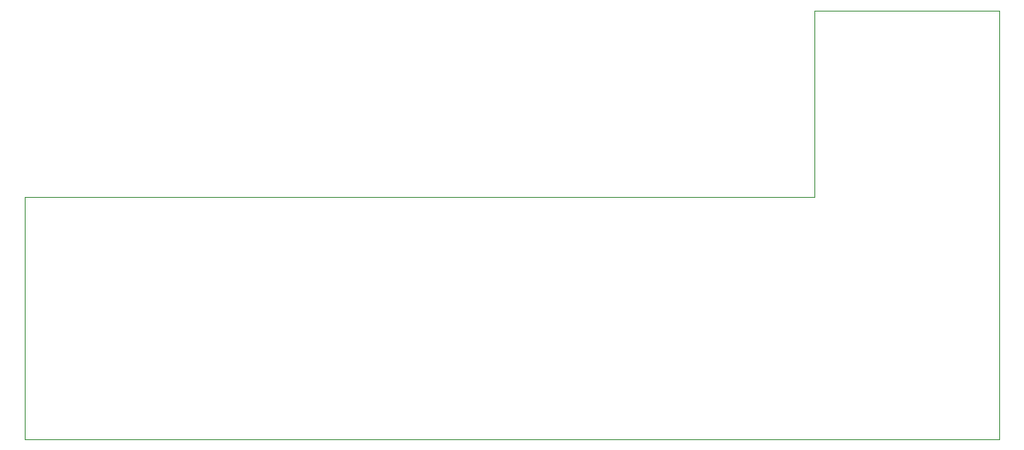
<source format=gm1>
G04 #@! TF.GenerationSoftware,KiCad,Pcbnew,(5.1.0)-1*
G04 #@! TF.CreationDate,2019-07-03T15:35:13-04:00*
G04 #@! TF.ProjectId,snes breakout,736e6573-2062-4726-9561-6b6f75742e6b,rev?*
G04 #@! TF.SameCoordinates,Original*
G04 #@! TF.FileFunction,Profile,NP*
%FSLAX46Y46*%
G04 Gerber Fmt 4.6, Leading zero omitted, Abs format (unit mm)*
G04 Created by KiCad (PCBNEW (5.1.0)-1) date 2019-07-03 15:35:13*
%MOMM*%
%LPD*%
G04 APERTURE LIST*
%ADD10C,0.050000*%
G04 APERTURE END LIST*
D10*
X83600000Y-69700000D02*
X83600000Y-44800000D01*
X183600000Y-69700000D02*
X83600000Y-69700000D01*
X183600000Y-44800000D02*
X183600000Y-69700000D01*
X164600000Y-44800000D02*
X83600000Y-44800000D01*
X164600000Y-25700000D02*
X164600000Y-44800000D01*
X183600000Y-25700000D02*
X183600000Y-44800000D01*
X164600000Y-25700000D02*
X183600000Y-25700000D01*
M02*

</source>
